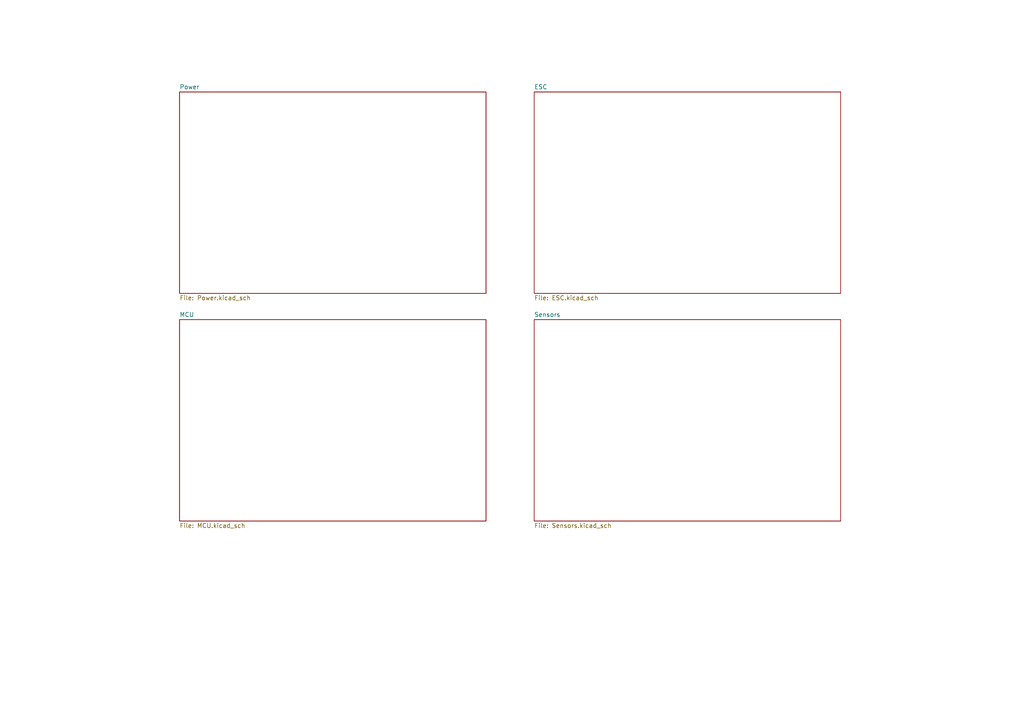
<source format=kicad_sch>
(kicad_sch
	(version 20250114)
	(generator "eeschema")
	(generator_version "9.0")
	(uuid "ac187c6c-fa53-41cc-bce1-6f39a42a92e8")
	(paper "A4")
	(title_block
		(title "THUNDER HORSE")
		(date "2026-01-28")
		(rev "1.0")
		(company "Chapuzas S.L.")
	)
	(lib_symbols)
	(sheet
		(at 52.07 92.71)
		(size 88.9 58.42)
		(exclude_from_sim no)
		(in_bom yes)
		(on_board yes)
		(dnp no)
		(fields_autoplaced yes)
		(stroke
			(width 0.1524)
			(type solid)
		)
		(fill
			(color 0 0 0 0.0000)
		)
		(uuid "18f92408-e59e-47fb-af3d-1bd4cb05bcc2")
		(property "Sheetname" "MCU"
			(at 52.07 91.9984 0)
			(effects
				(font
					(size 1.27 1.27)
				)
				(justify left bottom)
			)
		)
		(property "Sheetfile" "MCU.kicad_sch"
			(at 52.07 151.7146 0)
			(effects
				(font
					(size 1.27 1.27)
				)
				(justify left top)
			)
		)
		(instances
			(project "ThunderHorse"
				(path "/ac187c6c-fa53-41cc-bce1-6f39a42a92e8"
					(page "3")
				)
			)
		)
	)
	(sheet
		(at 154.94 92.71)
		(size 88.9 58.42)
		(exclude_from_sim no)
		(in_bom yes)
		(on_board yes)
		(dnp no)
		(fields_autoplaced yes)
		(stroke
			(width 0.1524)
			(type solid)
		)
		(fill
			(color 0 0 0 0.0000)
		)
		(uuid "593939c9-ca21-46a5-baaf-5c6ecc4a9199")
		(property "Sheetname" "Sensors"
			(at 154.94 91.9984 0)
			(effects
				(font
					(size 1.27 1.27)
				)
				(justify left bottom)
			)
		)
		(property "Sheetfile" "Sensors.kicad_sch"
			(at 154.94 151.7146 0)
			(effects
				(font
					(size 1.27 1.27)
				)
				(justify left top)
			)
		)
		(instances
			(project "ThunderHorse"
				(path "/ac187c6c-fa53-41cc-bce1-6f39a42a92e8"
					(page "5")
				)
			)
		)
	)
	(sheet
		(at 154.94 26.67)
		(size 88.9 58.42)
		(exclude_from_sim no)
		(in_bom yes)
		(on_board yes)
		(dnp no)
		(fields_autoplaced yes)
		(stroke
			(width 0.1524)
			(type solid)
		)
		(fill
			(color 0 0 0 0.0000)
		)
		(uuid "807a5f6f-4255-4cf0-8d90-acd62bb18590")
		(property "Sheetname" "ESC"
			(at 154.94 25.9584 0)
			(effects
				(font
					(size 1.27 1.27)
				)
				(justify left bottom)
			)
		)
		(property "Sheetfile" "ESC.kicad_sch"
			(at 154.94 85.6746 0)
			(effects
				(font
					(size 1.27 1.27)
				)
				(justify left top)
			)
		)
		(instances
			(project "ThunderHorse"
				(path "/ac187c6c-fa53-41cc-bce1-6f39a42a92e8"
					(page "4")
				)
			)
		)
	)
	(sheet
		(at 52.07 26.67)
		(size 88.9 58.42)
		(exclude_from_sim no)
		(in_bom yes)
		(on_board yes)
		(dnp no)
		(fields_autoplaced yes)
		(stroke
			(width 0.1524)
			(type solid)
		)
		(fill
			(color 0 0 0 0.0000)
		)
		(uuid "9df2a240-d97e-494f-85fd-6467f59fa68d")
		(property "Sheetname" "Power"
			(at 52.07 25.9584 0)
			(effects
				(font
					(size 1.27 1.27)
				)
				(justify left bottom)
			)
		)
		(property "Sheetfile" "Power.kicad_sch"
			(at 52.07 85.6746 0)
			(effects
				(font
					(size 1.27 1.27)
				)
				(justify left top)
			)
		)
		(instances
			(project "ThunderHorse"
				(path "/ac187c6c-fa53-41cc-bce1-6f39a42a92e8"
					(page "2")
				)
			)
		)
	)
	(sheet_instances
		(path "/"
			(page "1")
		)
	)
	(embedded_fonts no)
)

</source>
